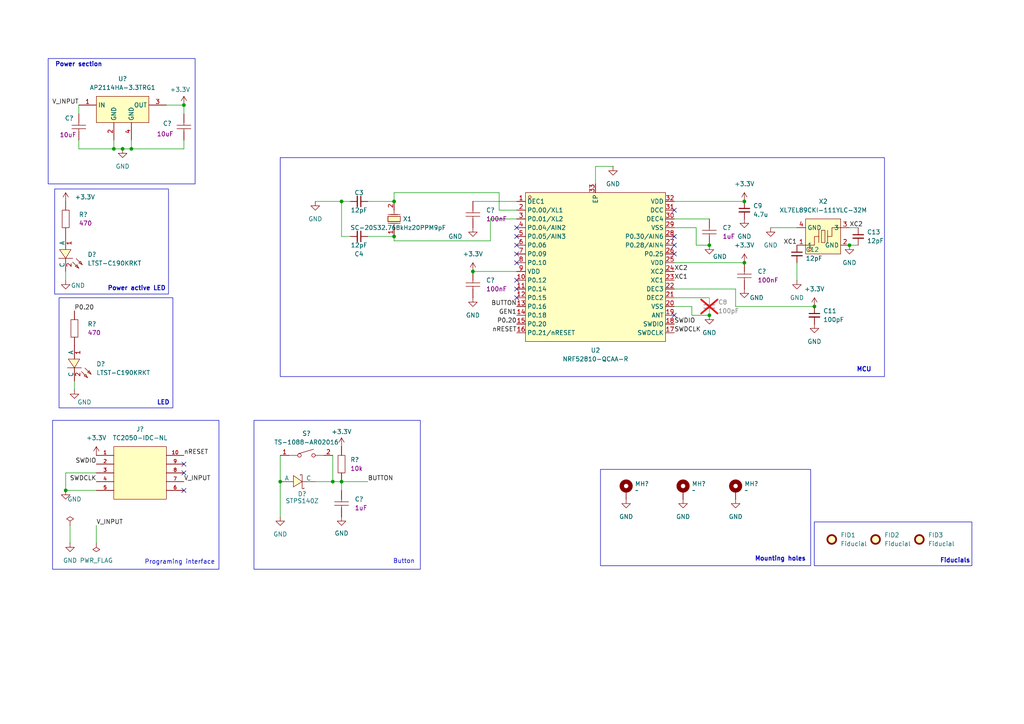
<source format=kicad_sch>
(kicad_sch (version 20231120) (generator "eeschema") (generator_version "8.0")
  (paper "A4")
  (lib_symbols
    (symbol "Device:C_Small" (pin_numbers hide) (pin_names (offset 0.254) hide)
      (property "Reference" "C" (at 0.254 1.778 0))
      (property "Value" "C_Small" (at 0.254 -2.032 0))
      (symbol "C_Small_0_1"
        (polyline (pts (xy -1.524 -0.508) (xy 1.524 -0.508)) (stroke (width 0.3302)))
        (polyline (pts (xy -1.524 0.508) (xy 1.524 0.508)) (stroke (width 0.3048)))
      )
      (symbol "C_Small_1_1"
        (pin passive line (at 0 2.54 270) (length 2.032) (name "~") (number "1"))
        (pin passive line (at 0 -2.54 90) (length 2.032) (name "~") (number "2"))
      )
    )
    (symbol "Mechanical:Fiducial" (exclude_from_sim yes) (in_bom no)
      (property "Reference" "FID" (at 0 5.08 0))
      (property "Value" "Fiducial" (at 0 3.175 0))
      (symbol "Fiducial_0_1"
        (circle (center 0 0) (radius 1.27) (stroke (width 0.508)) (fill (type background)))
      )
    )
    (symbol "my_symbol_library:NRF52810-QCAA-R"
      (property "Reference" "U" (at 0 29.21 0))
      (property "Value" "NRF52810-QCAA-R" (at 0 -24.13 0))
      (symbol "NRF52810-QCAA-R_0_1"
        (rectangle (start -20.32 21.59) (end 20.32 -21.59) (fill (type background)))
        (circle (center -19.05 20.32) (radius 0.38))
        (pin unspecified line (at -22.86 19.05 0) (length 2.54) (name "DEC1") (number "1"))
        (pin unspecified line (at -22.86 -3.81 0) (length 2.54) (name "P0.12") (number "10"))
        (pin unspecified line (at -22.86 -6.35 0) (length 2.54) (name "P0.14") (number "11"))
        (pin unspecified line (at -22.86 -8.89 0) (length 2.54) (name "P0.15") (number "12"))
        (pin unspecified line (at -22.86 -11.43 0) (length 2.54) (name "P0.16") (number "13"))
        (pin unspecified line (at -22.86 -13.97 0) (length 2.54) (name "P0.18") (number "14"))
        (pin unspecified line (at -22.86 -16.51 0) (length 2.54) (name "P0.20") (number "15"))
        (pin unspecified line (at -22.86 -19.05 0) (length 2.54) (name "P0.21/nRESET") (number "16"))
        (pin unspecified line (at 22.86 -19.05 180) (length 2.54) (name "SWDCLK") (number "17"))
        (pin unspecified line (at 22.86 -16.51 180) (length 2.54) (name "SWDIO") (number "18"))
        (pin unspecified line (at 22.86 -13.97 180) (length 2.54) (name "ANT") (number "19"))
        (pin unspecified line (at -22.86 16.51 0) (length 2.54) (name "P0.00/XL1") (number "2"))
        (pin unspecified line (at 22.86 -11.43 180) (length 2.54) (name "VSS") (number "20"))
        (pin unspecified line (at 22.86 -8.89 180) (length 2.54) (name "DEC2") (number "21"))
        (pin unspecified line (at 22.86 -6.35 180) (length 2.54) (name "DEC3") (number "22"))
        (pin unspecified line (at 22.86 -3.81 180) (length 2.54) (name "XC1") (number "23"))
        (pin unspecified line (at 22.86 -1.27 180) (length 2.54) (name "XC2") (number "24"))
        (pin unspecified line (at 22.86 1.27 180) (length 2.54) (name "VDD") (number "25"))
        (pin unspecified line (at 22.86 3.81 180) (length 2.54) (name "P0.25") (number "26"))
        (pin unspecified line (at 22.86 6.35 180) (length 2.54) (name "P0.28/AIN4") (number "27"))
        (pin unspecified line (at 22.86 8.89 180) (length 2.54) (name "P0.30/AIN6") (number "28"))
        (pin unspecified line (at 22.86 11.43 180) (length 2.54) (name "VSS") (number "29"))
        (pin unspecified line (at -22.86 13.97 0) (length 2.54) (name "P0.01/XL2") (number "3"))
        (pin unspecified line (at 22.86 13.97 180) (length 2.54) (name "DEC4") (number "30"))
        (pin unspecified line (at 22.86 16.51 180) (length 2.54) (name "DCC") (number "31"))
        (pin unspecified line (at 22.86 19.05 180) (length 2.54) (name "VDD") (number "32"))
        (pin unspecified line (at 0 24.13 270) (length 2.54) (name "EP") (number "33"))
        (pin unspecified line (at -22.86 11.43 0) (length 2.54) (name "P0.04/AIN2") (number "4"))
        (pin unspecified line (at -22.86 8.89 0) (length 2.54) (name "P0.05/AIN3") (number "5"))
        (pin unspecified line (at -22.86 6.35 0) (length 2.54) (name "P0.06") (number "6"))
        (pin unspecified line (at -22.86 3.81 0) (length 2.54) (name "P0.09") (number "7"))
        (pin unspecified line (at -22.86 1.27 0) (length 2.54) (name "P0.10") (number "8"))
        (pin unspecified line (at -22.86 -1.27 0) (length 2.54) (name "VDD") (number "9"))
      )
    )
    (symbol "my_symbol_library:SC-20S32.768kHz20PPM9pF"
      (property "Reference" "X" (at 0 5.08 0))
      (property "Value" "SC-20S32.768kHz20PPM9pF" (at 0 -5.08 0))
      (symbol "SC-20S32.768kHz20PPM9pF_0_1"
        (polyline (pts (xy -2.54 0) (xy -1.52 0)))
        (polyline (pts (xy -1.27 -1.78) (xy -1.27 1.78)))
        (polyline (pts (xy -1.27 -1.02) (xy -1.27 1.02)))
        (polyline (pts (xy 0.76 -1.78) (xy -0.76 -1.78)))
        (polyline (pts (xy 1.27 -1.78) (xy 1.27 1.78)))
        (polyline (pts (xy 1.27 -1.02) (xy 1.27 1.02)))
        (polyline (pts (xy 2.54 0) (xy 1.52 0)))
        (polyline (pts (xy -0.76 -1.78) (xy -0.76 1.78) (xy 0.76 1.78) (xy 0.76 -1.78)))
        (polyline (pts (xy 0.76 1.78) (xy 0.76 -1.78) (xy -0.76 -1.78) (xy -0.76 1.78) (xy 0.76 1.78)) (fill (type background)))
      )
      (symbol "SC-20S32.768kHz20PPM9pF_1_1"
        (pin input line (at -5.08 0 0) (length 2.54) (name "") (number "1"))
        (pin input line (at 5.08 0 180) (length 2.54) (name "") (number "2"))
      )
    )
    (symbol "my_symbol_library:XL7EL89CKI-111YLC-32M"
      (property "Reference" "X" (at 0 7.62 0))
      (property "Value" "XL7EL89CKI-111YLC-32M" (at 0 -7.62 0))
      (symbol "XL7EL89CKI-111YLC-32M_0_1"
        (rectangle (start -5.08 5.08) (end 5.08 -5.08) (fill (type background)))
        (circle (center -3.81 -3.81) (radius 0.38))
        (rectangle (start -0.51 1.78) (end 0.51 -1.78) (fill (type background)))
        (polyline (pts (xy -1.27 -1.78) (xy -1.27 1.78)))
        (polyline (pts (xy 1.27 -1.78) (xy 1.27 1.78)))
        (polyline (pts (xy -5.08 -2.54) (xy -2.54 -2.54) (xy -2.54 0) (xy -1.27 0)))
        (polyline (pts (xy 5.08 2.54) (xy 2.54 2.54) (xy 2.54 0) (xy 1.27 0)))
      )
      (symbol "XL7EL89CKI-111YLC-32M_1_1"
        (pin bidirectional line (at -7.62 -2.54 0) (length 2.54) (name "1") (number "1"))
        (pin bidirectional line (at 7.62 -2.54 180) (length 2.54) (name "GND") (number "2"))
        (pin bidirectional line (at 7.62 2.54 180) (length 2.54) (name "3") (number "3"))
        (pin bidirectional line (at -7.62 2.54 0) (length 2.54) (name "GND") (number "4"))
      )
    )
    (symbol "pepy_sym_lib:[CAP_SMD_0805_2012Metric]KEMET C0805C105M4VACTU" (pin_numbers hide) (pin_names (offset 0.002))
      (property "Reference" "C" (at 0 5.842 0))
      (property "Nvalue" "1uF" (at 0.254 3.556 0))
      (symbol "[CAP_SMD_0805_2012Metric]KEMET C0805C105M4VACTU_0_1"
        (polyline (pts (xy -1.27 0) (xy -0.51 0)))
        (polyline (pts (xy -0.51 2.03) (xy -0.51 -2.03)))
        (polyline (pts (xy 0.51 0) (xy 1.27 0)))
        (polyline (pts (xy 0.51 2.03) (xy 0.51 -2.03)))
      )
      (symbol "[CAP_SMD_0805_2012Metric]KEMET C0805C105M4VACTU_1_1"
        (pin passive line (at -3.81 0 0) (length 2.54) (name "~") (number "1"))
        (pin passive line (at 3.81 0 180) (length 2.54) (name "~") (number "2"))
      )
    )
    (symbol "pepy_sym_lib:[CAP_SMD_0805_2012Metric]Samsung Electro-Mechanics CL21A106KOQNNNE" (pin_numbers hide) (pin_names (offset 0.002))
      (property "Reference" "C" (at 0 5.842 0))
      (property "Nvalue" "10uF" (at 0.254 3.556 0))
      (symbol "[CAP_SMD_0805_2012Metric]Samsung Electro-Mechanics CL21A106KOQNNNE_0_1"
        (polyline (pts (xy -1.27 0) (xy -0.51 0)))
        (polyline (pts (xy -0.51 2.03) (xy -0.51 -2.03)))
        (polyline (pts (xy 0.51 0) (xy 1.27 0)))
        (polyline (pts (xy 0.51 2.03) (xy 0.51 -2.03)))
      )
      (symbol "[CAP_SMD_0805_2012Metric]Samsung Electro-Mechanics CL21A106KOQNNNE_1_1"
        (pin passive line (at -3.81 0 0) (length 2.54) (name "~") (number "1"))
        (pin passive line (at 3.81 0 180) (length 2.54) (name "~") (number "2"))
      )
    )
    (symbol "pepy_sym_lib:[CAP_SMD_0805_2012Metric]YAGEO CC0805KRX7R9BB104" (pin_numbers hide) (pin_names (offset 0.002))
      (property "Reference" "C" (at 0 5.842 0))
      (property "Nvalue" "100nF" (at 0.254 3.556 0))
      (symbol "[CAP_SMD_0805_2012Metric]YAGEO CC0805KRX7R9BB104_0_1"
        (polyline (pts (xy -1.27 0) (xy -0.51 0)))
        (polyline (pts (xy -0.51 2.03) (xy -0.51 -2.03)))
        (polyline (pts (xy 0.51 0) (xy 1.27 0)))
        (polyline (pts (xy 0.51 2.03) (xy 0.51 -2.03)))
      )
      (symbol "[CAP_SMD_0805_2012Metric]YAGEO CC0805KRX7R9BB104_1_1"
        (pin passive line (at -3.81 0 0) (length 2.54) (name "~") (number "1"))
        (pin passive line (at 3.81 0 180) (length 2.54) (name "~") (number "2"))
      )
    )
    (symbol "pepy_sym_lib:[LDO]Diodes Incorporated AP2114HA-3.3TRG1"
      (property "Reference" "U" (at 0 6.604 0))
      (property "Value" "AP2114HA-3.3TRG1" (at 0.254 4.318 0))
      (symbol "[LDO]Diodes Incorporated AP2114HA-3.3TRG1_0_1"
        (rectangle (start -7.62 2.54) (end 7.62 -5.08) (fill (type background)))
        (pin power_in line (at -12.7 0 0) (length 5.08) (name "IN") (number "1"))
        (pin power_in line (at -2.54 -10.16 90) (length 5.08) (name "GND") (number "2"))
        (pin power_in line (at 2.54 -10.16 90) (length 5.08) (name "GND") (number "4"))
      )
      (symbol "[LDO]Diodes Incorporated AP2114HA-3.3TRG1_1_1"
        (pin power_out line (at 12.7 0 180) (length 5.08) (name "OUT") (number "3"))
      )
    )
    (symbol "pepy_sym_lib:[LED]Lite-On LTST-C190KRKT" (pin_names (offset 0))
      (property "Reference" "D" (at 0 9.144 0))
      (property "Value" "LTST-C190KRKT" (at 0 6.604 0))
      (symbol "[LED]Lite-On LTST-C190KRKT_0_1"
        (polyline (pts (xy 1.27 -2.03) (xy 1.27 2.03)))
        (polyline (pts (xy 1.3335 3.0379) (xy 3.1135 4.8179)))
        (polyline (pts (xy 2.3535 2.0279) (xy 4.1335 3.7979)))
        (polyline (pts (xy -1.27 1.52) (xy 1.27 0) (xy -1.27 -1.78) (xy -1.27 1.52)) (fill (type background)))
        (polyline (pts (xy 3.1135 4.8179) (xy 2.6035 3.7979) (xy 2.1035 4.3079) (xy 3.1135 4.8179)) (fill (type background)))
        (polyline (pts (xy 4.1335 3.7979) (xy 3.6235 2.7879) (xy 3.1135 3.2979) (xy 4.1335 3.7979)) (fill (type background)))
      )
      (symbol "[LED]Lite-On LTST-C190KRKT_1_1"
        (pin passive line (at -5.08 0 0) (length 3.81) (name "A") (number "1"))
        (pin passive line (at 5.08 0 180) (length 3.81) (name "C") (number "2"))
      )
    )
    (symbol "pepy_sym_lib:[MOUNTING_HOLE]MountingHole_Pad" (pin_numbers hide) (pin_names (offset 1.016) hide) (exclude_from_sim yes) (in_bom no)
      (property "Reference" "MH" (at 0 4.826 0))
      (symbol "[MOUNTING_HOLE]MountingHole_Pad_0_1"
        (circle (center 0 1.27) (radius 1.27) (stroke (width 1.27)))
      )
      (symbol "[MOUNTING_HOLE]MountingHole_Pad_1_1"
        (pin input line (at 0 -2.54 90) (length 2.54) (name "1") (number "1"))
      )
    )
    (symbol "pepy_sym_lib:[PLUG_OF_NAILS_10P]TC2050_IDC_NL" (pin_names (offset 1.016))
      (property "Reference" "J" (at -0.508 11.684 0))
      (property "Value" "TC2050-IDC-NL" (at -8.128 8.636 0))
      (symbol "[PLUG_OF_NAILS_10P]TC2050_IDC_NL_0_1"
        (rectangle (start -7.62 7.62) (end 7.62 -7.62) (stroke (width 0.1524)) (fill (type background)))
      )
      (symbol "[PLUG_OF_NAILS_10P]TC2050_IDC_NL_1_1"
        (pin free line (at -12.7 5.08 0) (length 5.08) (name "~") (number "1"))
        (pin free line (at 12.7 5.08 180) (length 5.08) (name "~") (number "10"))
        (pin free line (at -12.7 2.54 0) (length 5.08) (name "~") (number "2"))
        (pin free line (at -12.7 0 0) (length 5.08) (name "~") (number "3"))
        (pin free line (at -12.7 -2.54 0) (length 5.08) (name "~") (number "4"))
        (pin free line (at -12.7 -5.08 0) (length 5.08) (name "~") (number "5"))
        (pin free line (at 12.7 -5.08 180) (length 5.08) (name "~") (number "6"))
        (pin free line (at 12.7 -2.54 180) (length 5.08) (name "~") (number "7"))
        (pin free line (at 12.7 0 180) (length 5.08) (name "~") (number "8"))
        (pin free line (at 12.7 2.54 180) (length 5.08) (name "~") (number "9"))
      )
    )
    (symbol "pepy_sym_lib:[RES_SMD_0805_2012Metric]UNI-ROYAL(Uniroyal Elec) 0805W8F1002T5E" (pin_numbers hide)
      (property "Reference" "R" (at 0 4.572 0))
      (property "Nvalue" "10k" (at 0 -2.54 0))
      (symbol "[RES_SMD_0805_2012Metric]UNI-ROYAL(Uniroyal Elec) 0805W8F1002T5E_1_1"
        (rectangle (start -2.54 1.02) (end 2.54 -1.02))
        (pin passive line (at -5.08 0 0) (length 2.54) (name "~") (number "1"))
        (pin passive line (at 5.08 0 180) (length 2.54) (name "~") (number "2"))
      )
    )
    (symbol "pepy_sym_lib:[RES_SMD_0805_2012Metric]UNI-ROYAL(Uniroyal Elec) 0805W8F4700T5E" (pin_numbers hide)
      (property "Reference" "R" (at 0 4.572 0))
      (property "Nvalue" "470" (at 0 -2.54 0))
      (symbol "[RES_SMD_0805_2012Metric]UNI-ROYAL(Uniroyal Elec) 0805W8F4700T5E_1_1"
        (rectangle (start -2.54 1.02) (end 2.54 -1.02))
        (pin passive line (at -5.08 0 0) (length 2.54) (name "~") (number "1"))
        (pin passive line (at 5.08 0 180) (length 2.54) (name "~") (number "2"))
      )
    )
    (symbol "pepy_sym_lib:[SCHOTTKY_DIODE_40V]STMicroelectronics STPS140Z" (pin_numbers hide) (pin_names (offset 0))
      (property "Reference" "D" (at 0 7.62 0))
      (property "Value" "STPS140Z" (at 0 5.08 0))
      (symbol "[SCHOTTKY_DIODE_40V]STMicroelectronics STPS140Z_0_1"
        (polyline (pts (xy -1.27 -1.52) (xy 1.27 0) (xy -1.27 1.78) (xy -1.27 -1.52)) (fill (type background)))
        (polyline (pts (xy 1.78 -1.78) (xy 1.78 -2.03) (xy 1.27 -2.03) (xy 1.27 2.03) (xy 0.76 2.03) (xy 0.76 1.78)))
      )
      (symbol "[SCHOTTKY_DIODE_40V]STMicroelectronics STPS140Z_1_1"
        (pin passive line (at 5.08 0 180) (length 3.81) (name "C") (number "1"))
        (pin passive line (at -5.08 0 0) (length 3.81) (name "A") (number "2"))
      )
    )
    (symbol "pepy_sym_lib:[TACTILE_SWITCH]XUNPU TS-1088-AR02016"
      (property "Reference" "S" (at 0 5.08 0))
      (property "Value" "TS-1088-AR02016" (at 0 -2.794 0))
      (symbol "[TACTILE_SWITCH]XUNPU TS-1088-AR02016_0_1"
        (circle (center -2.03 0) (radius 0.51))
        (polyline (pts (xy -5.08 0) (xy -2.54 0)))
        (polyline (pts (xy -2.29 0.51) (xy 2.03 1.78)))
        (polyline (pts (xy 5.08 0) (xy 2.54 0)))
        (circle (center 2.03 0) (radius 0.51))
      )
      (symbol "[TACTILE_SWITCH]XUNPU TS-1088-AR02016_1_1"
        (pin passive line (at -7.62 0 0) (length 2.54) (name "~") (number "1"))
        (pin passive line (at 7.62 0 180) (length 2.54) (name "~") (number "2"))
      )
    )
    (symbol "power:+3.3V" (power) (pin_numbers hide) (pin_names (offset 0) hide)
      (property "Value" "+3.3V" (at 0 3.556 0))
      (symbol "+3.3V_0_1"
        (polyline (pts (xy -0.762 1.27) (xy 0 2.54)))
        (polyline (pts (xy 0 0) (xy 0 2.54)))
        (polyline (pts (xy 0 2.54) (xy 0.762 1.27)))
      )
      (symbol "+3.3V_1_1"
        (pin power_in line (at 0 0 90) (length 0) (name "~") (number "1"))
      )
    )
    (symbol "power:GND" (power) (pin_numbers hide) (pin_names (offset 0) hide)
      (property "Value" "GND" (at 0 -3.81 0))
      (symbol "GND_0_1"
        (polyline (pts (xy 0 0) (xy 0 -1.27) (xy 1.27 -1.27) (xy 0 -2.54) (xy -1.27 -1.27) (xy 0 -1.27)))
      )
      (symbol "GND_1_1"
        (pin power_in line (at 0 0 270) (length 0) (name "~") (number "1"))
      )
    )
    (symbol "power:PWR_FLAG" (power) (pin_numbers hide) (pin_names (offset 0) hide)
      (property "Value" "PWR_FLAG" (at 0 3.81 0))
      (symbol "PWR_FLAG_0_0"
        (pin power_out line (at 0 0 90) (length 0) (name "~") (number "1"))
      )
      (symbol "PWR_FLAG_0_1"
        (polyline (pts (xy 0 0) (xy 0 1.27) (xy -1.016 1.905) (xy 0 2.54) (xy 1.016 1.905) (xy 0 1.27)))
      )
    )
  )
  (junction (at 38.1 43.18))
  (junction (at 215.9 76.2))
  (junction (at 246.38 71.12))
  (junction (at 19.05 142.24))
  (junction (at 205.74 91.44))
  (junction (at 53.34 30.48))
  (junction (at 114.3 58.42))
  (junction (at 99.06 58.42))
  (junction (at 215.9 58.42))
  (junction (at 96.52 139.7))
  (junction (at 114.3 68.58))
  (junction (at 236.22 88.9))
  (junction (at 81.28 139.7))
  (junction (at 33.02 43.18))
  (junction (at 35.56 43.18))
  (junction (at 205.74 71.12))
  (junction (at 137.16 78.74))
  (junction (at 99.06 139.7))
  (no_connect (at 149.86 66.04))
  (no_connect (at 149.86 76.2))
  (no_connect (at 195.58 71.12))
  (no_connect (at 149.86 83.82))
  (no_connect (at 149.86 73.66))
  (no_connect (at 149.86 71.12))
  (no_connect (at 53.34 142.24))
  (no_connect (at 195.58 68.58))
  (no_connect (at 195.58 91.44))
  (no_connect (at 149.86 81.28))
  (no_connect (at 53.34 137.16))
  (no_connect (at 195.58 60.96))
  (no_connect (at 149.86 86.36))
  (no_connect (at 53.34 134.62))
  (no_connect (at 195.58 73.66))
  (no_connect (at 149.86 68.58))
  (wire (pts (xy 27.94 137.16) (xy 19.05 137.16)))
  (wire (pts (xy 22.86 40.64) (xy 22.86 43.18)))
  (wire (pts (xy 19.05 137.16) (xy 19.05 142.24)))
  (wire (pts (xy 200.66 88.9) (xy 200.66 91.44)))
  (wire (pts (xy 81.28 139.7) (xy 81.28 149.86)))
  (wire (pts (xy 101.6 68.58) (xy 99.06 68.58)))
  (wire (pts (xy 142.24 63.5) (xy 142.24 69.85)))
  (wire (pts (xy 35.56 43.18) (xy 38.1 43.18)))
  (wire (pts (xy 53.34 30.48) (xy 53.34 33.02)))
  (wire (pts (xy 91.44 58.42) (xy 99.06 58.42)))
  (wire (pts (xy 137.16 78.74) (xy 149.86 78.74)))
  (wire (pts (xy 33.02 43.18) (xy 35.56 43.18)))
  (wire (pts (xy 53.34 43.18) (xy 38.1 43.18)))
  (wire (pts (xy 33.02 40.64) (xy 33.02 43.18)))
  (wire (pts (xy 200.66 91.44) (xy 205.74 91.44)))
  (wire (pts (xy 22.86 33.02) (xy 22.86 30.48)))
  (wire (pts (xy 22.86 43.18) (xy 33.02 43.18)))
  (wire (pts (xy 20.32 152.4) (xy 20.32 157.48)))
  (wire (pts (xy 38.1 40.64) (xy 38.1 43.18)))
  (wire (pts (xy 99.06 58.42) (xy 101.6 58.42)))
  (wire (pts (xy 246.38 66.04) (xy 248.92 66.04)))
  (wire (pts (xy 106.68 68.58) (xy 114.3 68.58)))
  (wire (pts (xy 149.86 63.5) (xy 142.24 63.5)))
  (wire (pts (xy 27.94 152.4) (xy 27.94 157.48)))
  (wire (pts (xy 19.05 142.24) (xy 27.94 142.24)))
  (wire (pts (xy 21.59 110.49) (xy 21.59 113.03)))
  (wire (pts (xy 172.72 53.34) (xy 172.72 48.26)))
  (wire (pts (xy 99.06 139.7) (xy 106.68 139.7)))
  (wire (pts (xy 195.58 66.04) (xy 201.93 66.04)))
  (wire (pts (xy 48.26 30.48) (xy 53.34 30.48)))
  (wire (pts (xy 19.05 78.74) (xy 19.05 81.28)))
  (wire (pts (xy 53.34 40.64) (xy 53.34 43.18)))
  (wire (pts (xy 172.72 48.26) (xy 177.8 48.26)))
  (wire (pts (xy 201.93 66.04) (xy 201.93 71.12)))
  (wire (pts (xy 99.06 58.42) (xy 99.06 68.58)))
  (wire (pts (xy 114.3 55.88) (xy 114.3 58.42)))
  (wire (pts (xy 91.44 139.7) (xy 96.52 139.7)))
  (wire (pts (xy 195.58 83.82) (xy 213.36 83.82)))
  (wire (pts (xy 195.58 86.36) (xy 205.74 86.36)))
  (wire (pts (xy 213.36 88.9) (xy 236.22 88.9)))
  (wire (pts (xy 231.14 76.2) (xy 231.14 81.28)))
  (wire (pts (xy 195.58 63.5) (xy 205.74 63.5)))
  (wire (pts (xy 81.28 132.08) (xy 81.28 139.7)))
  (wire (pts (xy 99.06 139.7) (xy 99.06 142.24)))
  (wire (pts (xy 195.58 76.2) (xy 215.9 76.2)))
  (wire (pts (xy 144.78 60.96) (xy 144.78 55.88)))
  (wire (pts (xy 142.24 69.85) (xy 114.3 69.85)))
  (wire (pts (xy 195.58 58.42) (xy 215.9 58.42)))
  (wire (pts (xy 106.68 58.42) (xy 114.3 58.42)))
  (wire (pts (xy 144.78 55.88) (xy 114.3 55.88)))
  (wire (pts (xy 213.36 83.82) (xy 213.36 88.9)))
  (wire (pts (xy 223.52 66.04) (xy 231.14 66.04)))
  (wire (pts (xy 96.52 132.08) (xy 96.52 139.7)))
  (wire (pts (xy 195.58 88.9) (xy 200.66 88.9)))
  (wire (pts (xy 114.3 68.58) (xy 114.3 69.85)))
  (wire (pts (xy 96.52 139.7) (xy 99.06 139.7)))
  (wire (pts (xy 246.38 71.12) (xy 248.92 71.12)))
  (wire (pts (xy 149.86 60.96) (xy 144.78 60.96)))
  (wire (pts (xy 201.93 71.12) (xy 205.74 71.12)))
  (wire (pts (xy 137.16 58.42) (xy 149.86 58.42)))
  (rectangle (start 13.97 16.9672) (end 56.5912 53.34))
  (rectangle (start 81.28 45.72) (end 256.54 109.22))
  (rectangle (start 236.1692 151.384) (end 281.8892 164.084))
  (rectangle (start 17.1242 86.36) (end 50.1442 118.3047))
  (rectangle (start 15.24 121.92) (end 63.5 165.1))
  (rectangle (start 73.66 121.92) (end 121.92 165.1))
  (rectangle (start 15.8542 54.8047) (end 48.8742 85.2847))
  (rectangle (start 174.1678 136.144) (end 235.1278 164.084))
  (text "LED\n" (at 45.466 117.602 0) (effects (font (size 1.27 1.27) (thickness 0.254) (bold yes)) (justify left bottom)))
  (text "Power active LED\n" (at 31.1684 84.4601 0) (effects (font (size 1.27 1.27) (thickness 0.254) (bold yes)) (justify left bottom)))
  (text "Programing interface\n" (at 41.91 163.83 0) (effects (font (size 1.27 1.27)) (justify left bottom)))
  (text "Mounting holes\n" (at 218.8881 162.9021 0) (effects (font (size 1.27 1.27) (thickness 0.254) (bold yes)) (justify left bottom)))
  (text "Fiducials\n" (at 272.6014 163.4234 0) (effects (font (size 1.27 1.27) (thickness 0.254) (bold yes)) (justify left bottom)))
  (text "Power section\n" (at 15.9512 19.5072 0) (effects (font (size 1.27 1.27) (thickness 0.254) (bold yes)) (justify left bottom)))
  (text "MCU\n" (at 248.4176 107.9912 0) (effects (font (size 1.27 1.27) (thickness 0.254) (bold yes)) (justify left bottom)))
  (text "Button\n" (at 113.9684 163.6133 0) (effects (font (size 1.27 1.27)) (justify left bottom)))
  (label "XC2" (at 246.38 66.04 0))
  (label "V_INPUT" (at 22.86 30.48 180))
  (label "SWDIO" (at 195.58 93.98 0))
  (label "XC1" (at 231.14 71.12 180))
  (label "V_INPUT" (at 27.94 152.4 0))
  (label "P0.20" (at 21.59 90.17 0))
  (label "GEN1" (at 149.86 91.44 180))
  (label "SWDCLK" (at 27.94 139.7 180))
  (label "XC1" (at 195.58 81.28 0))
  (label "XC2" (at 195.58 78.74 0))
  (label "SWDCLK" (at 195.58 96.52 0))
  (label "V_INPUT" (at 53.34 139.7 0))
  (label "P0.20" (at 149.86 93.98 180))
  (label "nRESET" (at 53.34 132.08 0))
  (label "BUTTON" (at 106.68 139.7 0))
  (label "SWDIO" (at 27.94 134.62 180))
  (label "BUTTON" (at 149.86 88.9 180))
  (label "nRESET" (at 149.86 96.52 180))
  (symbol (lib_id "power:GND") (at 99.06 149.86 0) (unit 1)
    (property "Reference" "#PWR030" (effects (hide yes)))
    (property "Value" "GND" (at 99.06 154.686 0))
    (property "Description" "Power symbol creates a global label with name \"GND\" , ground" (effects (hide yes)))
  )
  (symbol (lib_id "power:GND") (at 19.05 81.28 0) (unit 1)
    (property "Reference" "#PWR017" (effects (hide yes)))
    (property "Value" "GND" (at 22.606 82.804 0))
    (property "Description" "Power symbol creates a global label with name \"GND\" , ground" (effects (hide yes)))
  )
  (symbol (lib_id "pepy_sym_lib:[RES_SMD_0805_2012Metric]UNI-ROYAL(Uniroyal Elec) 0805W8F4700T5E") (at 21.59 95.25 270) (unit 1)
    (property "Reference" "R?" (at 25.4 93.9799 90) (effects (justify left)))
    (property "Value" "0805W8F4700T5E" (effects (hide yes)))
    (property "Footprint" "pepy_sym_lib:[RES_SMD_0805_2012Metric]" (effects (hide yes)))
    (property "Datasheet" "https://www.lcsc.com/product-detail/Chip-Resistor-Surface-Mount_UNI-ROYAL-Uniroyal-Elec-0805W8F4700T5E_C17710.html" (effects (hide yes)))
    (property "Description" "125mW Thick Film Resistors 150V ±100ppm/℃ ±1% 470Ω 0805 Chip Resistor - Surface Mount ROHS" (effects (hide yes)))
    (property "LCSC Part" "C17710" (effects (hide yes)))
    (property "Manufacturer" "UNI-ROYAL(Uniroyal Elec)" (effects (hide yes)))
    (property "Package" "0805" (effects (hide yes)))
    (property "Nvalue" "470" (at 25.4 96.5199 90) (effects (justify left)))
  )
  (symbol (lib_id "Device:C_Small") (at 248.92 68.58 0) (unit 1)
    (property "Reference" "C13" (at 251.46 67.3163 0) (effects (justify left)))
    (property "Value" "12pF" (at 251.46 69.8563 0) (effects (justify left)))
    (property "Footprint" "Capacitor_SMD:C_0805_2012Metric" (effects (hide yes)))
    (property "Description" "Unpolarized capacitor, small symbol" (effects (hide yes)))
  )
  (symbol (lib_id "Device:C_Small") (at 236.22 91.44 0) (unit 1)
    (property "Reference" "C11" (at 238.76 90.1763 0) (effects (justify left)))
    (property "Value" "100pF" (at 238.76 92.7163 0) (effects (justify left)))
    (property "Footprint" "Capacitor_SMD:C_0805_2012Metric" (effects (hide yes)))
    (property "Description" "Unpolarized capacitor, small symbol" (effects (hide yes)))
  )
  (symbol (lib_id "pepy_sym_lib:[SCHOTTKY_DIODE_40V]STMicroelectronics STPS140Z") (at 86.36 139.7 0) (unit 1)
    (property "Reference" "D?" (at 87.63 143.256 0))
    (property "Value" "STPS140Z" (at 87.63 145.288 0))
    (property "Footprint" "pepy_sym_lib:[SCHOTTKY_DIODE_40V]STMicroelectronics STPS140Z" (effects (hide yes)))
    (property "Datasheet" "https://lcsc.com/product-detail/Schottky-Barrier-Diodes-SBD_STMicroelectronics_STPS140Z_STPS140Z_C155662.html" (effects (hide yes)))
    (property "Description" "40V 550mV@1A 1A SOD-123 Schottky Barrier Diodes (SBD) ROHS" (effects (hide yes)))
    (property "LCSC Part" "C155662" (effects (hide yes)))
    (property "Manufacturer" " STMicroelectronics" (effects (hide yes)))
    (property "Package" "SOD-123" (effects (hide yes)))
  )
  (symbol (lib_id "my_symbol_library:XL7EL89CKI-111YLC-32M") (at 238.76 68.58 0) (unit 1)
    (property "Reference" "X2" (at 238.76 58.42 0))
    (property "Value" "XL7EL89CKI-111YLC-32M" (at 238.76 60.96 0))
    (property "Footprint" "my_lib:[Crystal_32_MHz]YXC XL7EL89CKI-111YLC-32M" (effects (hide yes)))
    (property "Datasheet" "https://www.lcsc.com/datasheet/lcsc_datasheet_2403291506_YXC-XL7EL89CKI-111YLC-32M_C2965582.pdf" (effects (hide yes)))
    (property "LCSC Part" "C2965582" (effects (hide yes)))
  )
  (symbol (lib_id "Device:C_Small") (at 215.9 60.96 0) (unit 1)
    (property "Reference" "C9" (at 218.44 59.6963 0) (effects (justify left)))
    (property "Value" "4.7u" (at 218.44 62.2363 0) (effects (justify left)))
    (property "Footprint" "Capacitor_SMD:C_0805_2012Metric" (effects (hide yes)))
    (property "Description" "Unpolarized capacitor, small symbol" (effects (hide yes)))
  )
  (symbol (lib_id "pepy_sym_lib:[TACTILE_SWITCH]XUNPU TS-1088-AR02016") (at 88.9 132.08 0) (unit 1)
    (property "Reference" "S?" (at 88.9 125.73 0))
    (property "Value" "TS-1088-AR02016" (at 88.9 128.27 0))
    (property "Footprint" "pepy_sym_lib:[TACTILE_SWITCH]XUNPU TS-1088-AR02016" (effects (hide yes)))
    (property "Datasheet" "https://lcsc.com/product-detail/Tactile-Switches_XUNPU-TS-1088-AR02016_C720477.html" (effects (hide yes)))
    (property "Description" "Without 50mA 4mm 100MΩ 100000 Times 12V 160gf 3mm 2mm Round Button Standing paste SPST SMD Tactile Switches ROHS" (effects (hide yes)))
    (property "LCSC Part" "C720477" (effects (hide yes)))
    (property "Manufacturer" "XUNPU" (effects (hide yes)))
  )
  (symbol (lib_id "power:GND") (at 177.8 48.26 0) (unit 1)
    (property "Reference" "#PWR06" (effects (hide yes)))
    (property "Value" "GND" (at 177.8 53.34 0))
    (property "Description" "Power symbol creates a global label with name \"GND\" , ground" (effects (hide yes)))
  )
  (symbol (lib_id "power:GND") (at 215.9 63.5 0) (unit 1)
    (property "Reference" "#PWR012" (effects (hide yes)))
    (property "Value" "GND" (at 215.9 68.58 0))
    (property "Description" "Power symbol creates a global label with name \"GND\" , ground" (effects (hide yes)))
  )
  (symbol (lib_id "power:GND") (at 21.59 113.03 0) (unit 1)
    (property "Reference" "#PWR018" (effects (hide yes)))
    (property "Value" "GND" (at 24.4856 116.6368 0))
    (property "Description" "Power symbol creates a global label with name \"GND\" , ground" (effects (hide yes)))
  )
  (symbol (lib_id "Mechanical:Fiducial") (at 241.2492 156.464 0) (unit 1)
    (property "Reference" "FID1" (at 243.7892 155.194 0) (effects (justify left)))
    (property "Value" "Fiducial" (at 243.7892 157.734 0) (effects (justify left)))
    (property "Footprint" "Fiducial:Fiducial_0.5mm_Mask1mm" (effects (hide yes)))
    (property "Description" "Fiducial Marker" (effects (hide yes)))
  )
  (symbol (lib_id "pepy_sym_lib:[LDO]Diodes Incorporated AP2114HA-3.3TRG1") (at 35.56 30.48 0) (unit 1)
    (property "Reference" "U?" (at 35.56 22.86 0))
    (property "Value" "AP2114HA-3.3TRG1" (at 35.56 25.4 0))
    (property "Footprint" "pepy_sym_lib:[LDO]Diodes Incorporated AP2114HA-3.3TRG1" (effects (hide yes)))
    (property "Datasheet" "https://lcsc.com/product-detail/Low-Dropout-Regulators-LDO_Diodes-Incorporated-AP2114HA-3-3TRG1_C460314.html" (effects (hide yes)))
    (property "Description" "65dB@(100Hz,1kHz) 1A Fixed 3.3V Positive electrode 6V SOT-223-3 Voltage Regulators - Linear, Low Drop Out (LDO) Regulators ROHS" (effects (hide yes)))
    (property "LCSC Part" "C460314" (effects (hide yes)))
    (property "Manufacturer" "Diodes Incorporated" (effects (hide yes)))
    (property "Package" "SOT-223-3" (effects (hide yes)))
  )
  (symbol (lib_id "power:GND") (at 246.38 71.12 0) (unit 1)
    (property "Reference" "#PWR016" (effects (hide yes)))
    (property "Value" "GND" (at 246.38 76.2 0))
    (property "Description" "Power symbol creates a global label with name \"GND\" , ground" (effects (hide yes)))
  )
  (symbol (lib_id "power:GND") (at 20.32 157.48 0) (unit 1)
    (property "Reference" "#PWR026" (effects (hide yes)))
    (property "Value" "GND" (at 20.32 162.56 0))
    (property "Description" "Power symbol creates a global label with name \"GND\" , ground" (effects (hide yes)))
  )
  (symbol (lib_id "power:PWR_FLAG") (at 20.32 152.4 0) (unit 1)
    (property "Reference" "#FLG01" (effects (hide yes)))
    (property "Value" "PWR_FLAG" (effects (hide yes)))
    (property "Description" "Special symbol for telling ERC where power comes from" (effects (hide yes)))
  )
  (symbol (lib_id "power:GND") (at 81.28 149.86 0) (unit 1)
    (property "Reference" "#PWR028" (effects (hide yes)))
    (property "Value" "GND" (at 81.28 154.94 0))
    (property "Description" "Power symbol creates a global label with name \"GND\" , ground" (effects (hide yes)))
  )
  (symbol (lib_id "Device:C_Small") (at 104.14 58.42 270) (unit 1)
    (property "Reference" "C3" (at 104.14 55.88 90))
    (property "Value" "12pF" (at 104.14 60.96 90))
    (property "Footprint" "Capacitor_SMD:C_0805_2012Metric" (effects (hide yes)))
    (property "Description" "Unpolarized capacitor, small symbol" (effects (hide yes)))
  )
  (symbol (lib_id "power:GND") (at 223.52 66.04 0) (unit 1)
    (property "Reference" "#PWR027" (effects (hide yes)))
    (property "Value" "GND" (at 223.52 71.12 0))
    (property "Description" "Power symbol creates a global label with name \"GND\" , ground" (effects (hide yes)))
  )
  (symbol (lib_id "pepy_sym_lib:[CAP_SMD_0805_2012Metric]Samsung Electro-Mechanics CL21A106KOQNNNE") (at 53.34 36.83 90) (unit 1)
    (property "Reference" "C?" (at 47.244 35.814 90) (effects (justify right)))
    (property "Value" "CL21A106KOQNNNE" (effects (hide yes)))
    (property "Footprint" "pepy_sym_lib:[CAP_SMD_0805_2012Metric]" (effects (hide yes)))
    (property "Datasheet" "https://www.lcsc.com/product-detail/Multilayer-Ceramic-Capacitors-MLCC-SMD-SMT_Samsung-Electro-Mechanics-CL21A106KOQNNNE_C1713.html" (effects (hide yes)))
    (property "Description" "16V 10uF X5R ±10% 0805 Multilayer Ceramic Capacitors MLCC - SMD/SMT ROHS " (effects (hide yes)))
    (property "LCSC Part" "C1713" (effects (hide yes)))
    (property "Manufacturer" "Samsung" (effects (hide yes)))
    (property "Package" "0805" (effects (hide yes)))
    (property "Nvalue" "10uF" (at 45.466 38.862 90) (effects (justify right)))
  )
  (symbol (lib_id "pepy_sym_lib:[LED]Lite-On LTST-C190KRKT") (at 21.59 105.41 270) (unit 1)
    (property "Reference" "D?" (at 27.94 105.5716 90) (effects (justify left)))
    (property "Value" "LTST-C190KRKT" (at 27.94 108.1116 90) (effects (justify left)))
    (property "Footprint" "pepy_sym_lib:[LED]Lite-On LTST-C190KRKT" (effects (hide yes)))
    (property "Datasheet" "https://lcsc.com/product-detail/Light-Emitting-Diodes-LED_LTST-C190KRKT_C94869.html" (effects (hide yes)))
    (property "Description" " 20mA 99mcd Colorless transparent lens -30℃~+85℃ 631nm Red 130° 62.5mW 2V 0603 LED Indication - Discrete ROHS" (effects (hide yes)))
    (property "LCSC Part" "C94869" (effects (hide yes)))
    (property "Package" "0603" (effects (hide yes)))
    (property "Manufacturer" "Lite-On" (effects (hide yes)))
  )
  (symbol (lib_id "power:GND") (at 35.56 43.18 0) (unit 1)
    (property "Reference" "#PWR01" (effects (hide yes)))
    (property "Value" "GND" (at 35.56 48.26 0))
    (property "Description" "Power symbol creates a global label with name \"GND\" , ground" (effects (hide yes)))
  )
  (symbol (lib_id "pepy_sym_lib:[CAP_SMD_0805_2012Metric]YAGEO CC0805KRX7R9BB104") (at 137.16 62.23 90) (unit 1)
    (property "Reference" "C?" (at 140.97 60.9599 90) (effects (justify right)))
    (property "Value" "CC0805KRX7R9BB104" (effects (hide yes)))
    (property "Footprint" "pepy_sym_lib:[CAP_SMD_0805_2012Metric]" (effects (hide yes)))
    (property "Datasheet" "https://lcsc.com/product-detail/Multilayer-Ceramic-Capacitors-MLCC-SMD-SMT_100nF-104-10-50V_C49678.html" (effects (hide yes)))
    (property "Description" "50V 100nF X7R ±10% 0805 Multilayer Ceramic Capacitors MLCC - SMD/SMT ROHS " (effects (hide yes)))
    (property "LCSC Part" "C49678" (effects (hide yes)))
    (property "Manufacturer" "YAGEO" (effects (hide yes)))
    (property "Package" "0805" (effects (hide yes)))
    (property "Nvalue" "100nF" (at 140.97 63.4999 90) (effects (justify right)))
  )
  (symbol (lib_id "Mechanical:Fiducial") (at 253.9492 156.464 0) (unit 1)
    (property "Reference" "FID2" (at 256.4892 155.194 0) (effects (justify left)))
    (property "Value" "Fiducial" (at 256.4892 157.734 0) (effects (justify left)))
    (property "Footprint" "Fiducial:Fiducial_0.5mm_Mask1mm" (effects (hide yes)))
    (property "Description" "Fiducial Marker" (effects (hide yes)))
  )
  (symbol (lib_id "pepy_sym_lib:[CAP_SMD_0805_2012Metric]YAGEO CC0805KRX7R9BB104") (at 215.9 80.01 90) (unit 1)
    (property "Reference" "C?" (at 219.71 78.7399 90) (effects (justify right)))
    (property "Value" "CC0805KRX7R9BB104" (effects (hide yes)))
    (property "Footprint" "pepy_sym_lib:[CAP_SMD_0805_2012Metric]" (effects (hide yes)))
    (property "Datasheet" "https://lcsc.com/product-detail/Multilayer-Ceramic-Capacitors-MLCC-SMD-SMT_100nF-104-10-50V_C49678.html" (effects (hide yes)))
    (property "Description" "50V 100nF X7R ±10% 0805 Multilayer Ceramic Capacitors MLCC - SMD/SMT ROHS " (effects (hide yes)))
    (property "LCSC Part" "C49678" (effects (hide yes)))
    (property "Manufacturer" "YAGEO" (effects (hide yes)))
    (property "Package" "0805" (effects (hide yes)))
    (property "Nvalue" "100nF" (at 219.71 81.2799 90) (effects (justify right)))
  )
  (symbol (lib_id "pepy_sym_lib:[MOUNTING_HOLE]MountingHole_Pad") (at 181.61 142.24 0) (unit 1) (exclude_from_sim yes) (in_bom no)
    (property "Reference" "MH?" (at 184.15 140.3349 0) (effects (justify left)))
    (property "Value" "~" (at 184.15 142.24 0) (effects (justify left)))
    (property "Footprint" "pepy_sym_lib:[MOUNTING_HOLE]MountingHole_2.2mm_M2_DIN965_Pad" (effects (hide yes)))
    (property "Description" "Mounting Hole with connection" (effects (hide yes)))
  )
  (symbol (lib_id "power:+3.3V") (at 53.34 30.48 0) (unit 1)
    (property "Reference" "#PWR02" (effects (hide yes)))
    (property "Value" "+3.3V" (at 52.2156 25.9827 0))
    (property "Description" "Power symbol creates a global label with name \"+3.3V\"" (effects (hide yes)))
  )
  (symbol (lib_id "Device:C_Small") (at 231.14 73.66 0) (unit 1)
    (property "Reference" "C12" (at 233.68 72.3963 0) (effects (justify left)))
    (property "Value" "12pF" (at 233.68 74.9363 0) (effects (justify left)))
    (property "Footprint" "Capacitor_SMD:C_0805_2012Metric" (effects (hide yes)))
    (property "Description" "Unpolarized capacitor, small symbol" (effects (hide yes)))
  )
  (symbol (lib_id "my_symbol_library:NRF52810-QCAA-R") (at 172.72 77.47 0) (unit 1)
    (property "Reference" "U2" (at 172.72 101.6 0))
    (property "Value" "NRF52810-QCAA-R" (at 172.72 104.14 0))
    (property "Footprint" "my_lib:[MCU]Nordic Semicon nRF52810-QCAA-R" (effects (hide yes)))
    (property "Datasheet" "https://www.lcsc.com/datasheet/lcsc_datasheet_2004231903_Nordic-Semicon-nRF52810-QCAA-R_C519278.pdf" (effects (hide yes)))
    (property "LCSC Part" "C519278" (effects (hide yes)))
  )
  (symbol (lib_id "pepy_sym_lib:[PLUG_OF_NAILS_10P]TC2050_IDC_NL") (at 40.64 137.16 0) (unit 1)
    (property "Reference" "J?" (at 40.64 124.46 0))
    (property "Value" "TC2050-IDC-NL" (at 40.64 127 0))
    (property "Footprint" "pepy_sym_lib:[PLUG_OF_NAILS_10P]TC2050_IDC_NL" (effects (hide yes)))
    (property "Datasheet" "https://www.tag-connect.com/wp-content/uploads/bsk-pdf-manager/TC2050-IDC-NL_Datasheet_8.pdf" (effects (hide yes)))
    (property "Description" "Plug-Of-Nails™ Cable Assembly" (effects (hide yes)))
    (property "Manufacturer" "Tag-Connect" (effects (hide yes)))
  )
  (symbol (lib_id "power:PWR_FLAG") (at 27.94 157.48 180) (unit 1)
    (property "Reference" "#FLG02" (effects (hide yes)))
    (property "Value" "PWR_FLAG" (at 27.94 162.56 0))
    (property "Description" "Special symbol for telling ERC where power comes from" (effects (hide yes)))
  )
  (symbol (lib_id "pepy_sym_lib:[CAP_SMD_0805_2012Metric]KEMET C0805C105M4VACTU") (at 205.74 67.31 90) (unit 1)
    (property "Reference" "C?" (at 209.55 66.0399 90) (effects (justify right)))
    (property "Value" "C0805C105M4VACTU" (effects (hide yes)))
    (property "Footprint" "pepy_sym_lib:[CAP_SMD_0805_2012Metric]" (effects (hide yes)))
    (property "Datasheet" "https://www.lcsc.com/product-detail/Multilayer-Ceramic-Capacitors-MLCC-SMD-SMT_KEMET-C0805C105M4VACTU_C2171722.html" (effects (hide yes)))
    (property "Description" "16V 1uF Y5V ±20% 0805 Multilayer Ceramic Capacitors MLCC - SMD/SMT ROHS" (effects (hide yes)))
    (property "LCSC Part" "C2171722" (effects (hide yes)))
    (property "Manufacturer" " KEMET " (effects (hide yes)))
    (property "Package" "0805" (effects (hide yes)))
    (property "Nvalue" "1uF" (at 209.55 68.5799 90) (effects (justify right)))
  )
  (symbol (lib_id "power:GND") (at 205.74 91.44 0) (unit 1)
    (property "Reference" "#PWR05" (effects (hide yes)))
    (property "Value" "GND" (at 205.74 96.52 0))
    (property "Description" "Power symbol creates a global label with name \"GND\" , ground" (effects (hide yes)))
  )
  (symbol (lib_id "power:GND") (at 137.16 86.36 0) (unit 1)
    (property "Reference" "#PWR07" (effects (hide yes)))
    (property "Value" "GND" (at 137.16 91.44 0))
    (property "Description" "Power symbol creates a global label with name \"GND\" , ground" (effects (hide yes)))
  )
  (symbol (lib_id "Device:C_Small") (at 104.14 68.58 270) (unit 1)
    (property "Reference" "C4" (at 104.14 73.66 90))
    (property "Value" "12pF" (at 104.14 71.12 90))
    (property "Footprint" "Capacitor_SMD:C_0805_2012Metric" (effects (hide yes)))
    (property "Description" "Unpolarized capacitor, small symbol" (effects (hide yes)))
  )
  (symbol (lib_id "power:GND") (at 19.05 142.24 0) (unit 1)
    (property "Reference" "#PWR020" (effects (hide yes)))
    (property "Value" "GND" (at 21.59 144.78 0))
    (property "Description" "Power symbol creates a global label with name \"GND\" , ground" (effects (hide yes)))
  )
  (symbol (lib_id "power:+3.3V") (at 27.94 132.08 0) (unit 1)
    (property "Reference" "#PWR019" (effects (hide yes)))
    (property "Value" "+3.3V" (at 27.94 127 0))
    (property "Description" "Power symbol creates a global label with name \"+3.3V\"" (effects (hide yes)))
  )
  (symbol (lib_id "power:+3.3V") (at 19.05 58.42 0) (unit 1)
    (property "Reference" "#PWR025" (effects (hide yes)))
    (property "Value" "+3.3V" (at 24.638 57.15 0))
    (property "Description" "Power symbol creates a global label with name \"+3.3V\"" (effects (hide yes)))
  )
  (symbol (lib_id "power:+3.3V") (at 236.22 88.9 0) (unit 1)
    (property "Reference" "#PWR013" (effects (hide yes)))
    (property "Value" "+3.3V" (at 236.22 83.82 0))
    (property "Description" "Power symbol creates a global label with name \"+3.3V\"" (effects (hide yes)))
  )
  (symbol (lib_id "power:GND") (at 205.74 71.12 0) (unit 1)
    (property "Reference" "#PWR04" (effects (hide yes)))
    (property "Value" "GND" (at 208.788 74.422 0))
    (property "Description" "Power symbol creates a global label with name \"GND\" , ground" (effects (hide yes)))
  )
  (symbol (lib_id "power:GND") (at 91.44 58.42 0) (unit 1)
    (property "Reference" "#PWR015" (effects (hide yes)))
    (property "Value" "GND" (at 91.44 63.5 0))
    (property "Description" "Power symbol creates a global label with name \"GND\" , ground" (effects (hide yes)))
  )
  (symbol (lib_id "pepy_sym_lib:[LED]Lite-On LTST-C190KRKT") (at 19.05 73.66 270) (unit 1)
    (property "Reference" "D?" (at 25.4 73.8216 90) (effects (justify left)))
    (property "Value" "LTST-C190KRKT" (at 25.4 76.3616 90) (effects (justify left)))
    (property "Footprint" "pepy_sym_lib:[LED]Lite-On LTST-C190KRKT" (effects (hide yes)))
    (property "Datasheet" "https://lcsc.com/product-detail/Light-Emitting-Diodes-LED_LTST-C190KRKT_C94869.html" (effects (hide yes)))
    (property "Description" " 20mA 99mcd Colorless transparent lens -30℃~+85℃ 631nm Red 130° 62.5mW 2V 0603 LED Indication - Discrete ROHS" (effects (hide yes)))
    (property "LCSC Part" "C94869" (effects (hide yes)))
    (property "Package" "0603" (effects (hide yes)))
    (property "Manufacturer" "Lite-On" (effects (hide yes)))
  )
  (symbol (lib_id "Mechanical:Fiducial") (at 266.6492 156.464 0) (unit 1)
    (property "Reference" "FID3" (at 269.1892 155.194 0) (effects (justify left)))
    (property "Value" "Fiducial" (at 269.1892 157.734 0) (effects (justify left)))
    (property "Footprint" "Fiducial:Fiducial_0.5mm_Mask1mm" (effects (hide yes)))
    (property "Description" "Fiducial Marker" (effects (hide yes)))
  )
  (symbol (lib_id "power:+3.3V") (at 137.16 78.74 0) (unit 1)
    (property "Reference" "#PWR08" (effects (hide yes)))
    (property "Value" "+3.3V" (at 137.16 73.66 0))
    (property "Description" "Power symbol creates a global label with name \"+3.3V\"" (effects (hide yes)))
  )
  (symbol (lib_id "power:+3.3V") (at 99.06 129.54 0) (unit 1)
    (property "Reference" "#PWR029" (effects (hide yes)))
    (property "Value" "+3.3V" (at 99.06 125.222 0))
    (property "Description" "Power symbol creates a global label with name \"+3.3V\"" (effects (hide yes)))
  )
  (symbol (lib_id "power:GND") (at 231.14 81.28 0) (unit 1)
    (property "Reference" "#PWR024" (effects (hide yes)))
    (property "Value" "GND" (at 231.14 86.36 0))
    (property "Description" "Power symbol creates a global label with name \"GND\" , ground" (effects (hide yes)))
  )
  (symbol (lib_id "power:+3.3V") (at 215.9 58.42 0) (unit 1)
    (property "Reference" "#PWR011" (effects (hide yes)))
    (property "Value" "+3.3V" (at 215.9 53.34 0))
    (property "Description" "Power symbol creates a global label with name \"+3.3V\"" (effects (hide yes)))
  )
  (symbol (lib_id "power:GND") (at 137.16 66.04 0) (unit 1)
    (property "Reference" "#PWR03" (effects (hide yes)))
    (property "Value" "GND" (at 132.08 68.58 0))
    (property "Description" "Power symbol creates a global label with name \"GND\" , ground" (effects (hide yes)))
  )
  (symbol (lib_id "pepy_sym_lib:[CAP_SMD_0805_2012Metric]Samsung Electro-Mechanics CL21A106KOQNNNE") (at 22.86 36.83 90) (unit 1)
    (property "Reference" "C?" (at 18.796 34.29 90) (effects (justify right)))
    (property "Value" "CL21A106KOQNNNE" (effects (hide yes)))
    (property "Footprint" "pepy_sym_lib:[CAP_SMD_0805_2012Metric]" (effects (hide yes)))
    (property "Datasheet" "https://www.lcsc.com/product-detail/Multilayer-Ceramic-Capacitors-MLCC-SMD-SMT_Samsung-Electro-Mechanics-CL21A106KOQNNNE_C1713.html" (effects (hide yes)))
    (property "Description" "16V 10uF X5R ±10% 0805 Multilayer Ceramic Capacitors MLCC - SMD/SMT ROHS " (effects (hide yes)))
    (property "LCSC Part" "C1713" (effects (hide yes)))
    (property "Manufacturer" "Samsung" (effects (hide yes)))
    (property "Package" "0805" (effects (hide yes)))
    (property "Nvalue" "10uF" (at 17.272 39.116 90) (effects (justify right)))
  )
  (symbol (lib_id "pepy_sym_lib:[RES_SMD_0805_2012Metric]UNI-ROYAL(Uniroyal Elec) 0805W8F4700T5E") (at 19.05 63.5 270) (unit 1)
    (property "Reference" "R?" (at 22.86 62.2299 90) (effects (justify left)))
    (property "Value" "0805W8F4700T5E" (effects (hide yes)))
    (property "Footprint" "pepy_sym_lib:[RES_SMD_0805_2012Metric]" (effects (hide yes)))
    (property "Datasheet" "https://www.lcsc.com/product-detail/Chip-Resistor-Surface-Mount_UNI-ROYAL-Uniroyal-Elec-0805W8F4700T5E_C17710.html" (effects (hide yes)))
    (property "Description" "125mW Thick Film Resistors 150V ±100ppm/℃ ±1% 470Ω 0805 Chip Resistor - Surface Mount ROHS" (effects (hide yes)))
    (property "LCSC Part" "C17710" (effects (hide yes)))
    (property "Manufacturer" "UNI-ROYAL(Uniroyal Elec)" (effects (hide yes)))
    (property "Package" "0805" (effects (hide yes)))
    (property "Nvalue" "470" (at 22.86 64.7699 90) (effects (justify left)))
  )
  (symbol (lib_id "power:GND") (at 215.9 83.82 0) (unit 1)
    (property "Reference" "#PWR010" (effects (hide yes)))
    (property "Value" "GND" (at 219.456 86.36 0))
    (property "Description" "Power symbol creates a global label with name \"GND\" , ground" (effects (hide yes)))
  )
  (symbol (lib_id "power:+3.3V") (at 215.9 76.2 0) (unit 1)
    (property "Reference" "#PWR09" (effects (hide yes)))
    (property "Value" "+3.3V" (at 215.9 71.12 0))
    (property "Description" "Power symbol creates a global label with name \"+3.3V\"" (effects (hide yes)))
  )
  (symbol (lib_id "power:GND") (at 198.12 144.78 0) (unit 1)
    (property "Reference" "#PWR022" (effects (hide yes)))
    (property "Value" "GND" (at 198.12 149.86 0))
    (property "Description" "Power symbol creates a global label with name \"GND\" , ground" (effects (hide yes)))
  )
  (symbol (lib_id "pepy_sym_lib:[CAP_SMD_0805_2012Metric]YAGEO CC0805KRX7R9BB104") (at 137.16 82.55 90) (unit 1)
    (property "Reference" "C?" (at 140.97 81.2799 90) (effects (justify right)))
    (property "Value" "CC0805KRX7R9BB104" (effects (hide yes)))
    (property "Footprint" "pepy_sym_lib:[CAP_SMD_0805_2012Metric]" (effects (hide yes)))
    (property "Datasheet" "https://lcsc.com/product-detail/Multilayer-Ceramic-Capacitors-MLCC-SMD-SMT_100nF-104-10-50V_C49678.html" (effects (hide yes)))
    (property "Description" "50V 100nF X7R ±10% 0805 Multilayer Ceramic Capacitors MLCC - SMD/SMT ROHS " (effects (hide yes)))
    (property "LCSC Part" "C49678" (effects (hide yes)))
    (property "Manufacturer" "YAGEO" (effects (hide yes)))
    (property "Package" "0805" (effects (hide yes)))
    (property "Nvalue" "100nF" (at 140.97 83.8199 90) (effects (justify right)))
  )
  (symbol (lib_id "power:GND") (at 236.22 93.98 0) (unit 1)
    (property "Reference" "#PWR014" (effects (hide yes)))
    (property "Value" "GND" (at 236.22 99.06 0))
    (property "Description" "Power symbol creates a global label with name \"GND\" , ground" (effects (hide yes)))
  )
  (symbol (lib_id "power:GND") (at 181.61 144.78 0) (unit 1)
    (property "Reference" "#PWR021" (effects (hide yes)))
    (property "Value" "GND" (at 181.61 149.86 0))
    (property "Description" "Power symbol creates a global label with name \"GND\" , ground" (effects (hide yes)))
  )
  (symbol (lib_id "pepy_sym_lib:[RES_SMD_0805_2012Metric]UNI-ROYAL(Uniroyal Elec) 0805W8F1002T5E") (at 99.06 134.62 90) (unit 1)
    (property "Reference" "R?" (at 101.6 133.3499 90) (effects (justify right)))
    (property "Value" "0805W8F1002T5E" (effects (hide yes)))
    (property "Footprint" "pepy_sym_lib:[RES_SMD_0805_2012Metric]" (effects (hide yes)))
    (property "Datasheet" "https://lcsc.com/product-detail/Chip-Resistor-Surface-Mount-UniOhm_10KR-1002-1_C17414.html" (effects (hide yes)))
    (property "Description" "125mW Thick Film Resistors 150V ±100ppm/℃ ±1% 10kΩ 0805 Chip Resistor - Surface Mount ROHS" (effects (hide yes)))
    (property "LCSC Part" "C17414" (effects (hide yes)))
    (property "Manufacturer" "UNI-ROYAL(Uniroyal Elec)" (effects (hide yes)))
    (property "Package" "0805" (effects (hide yes)))
    (property "Nvalue" "10k" (at 101.6 135.8899 90) (effects (justify right)))
  )
  (symbol (lib_id "pepy_sym_lib:[MOUNTING_HOLE]MountingHole_Pad") (at 213.36 142.24 0) (unit 1) (exclude_from_sim yes) (in_bom no)
    (property "Reference" "MH?" (at 215.9 140.3349 0) (effects (justify left)))
    (property "Value" "~" (at 215.9 142.24 0) (effects (justify left)))
    (property "Footprint" "pepy_sym_lib:[MOUNTING_HOLE]MountingHole_2.2mm_M2_DIN965_Pad" (effects (hide yes)))
    (property "Description" "Mounting Hole with connection" (effects (hide yes)))
  )
  (symbol (lib_id "power:GND") (at 213.36 144.78 0) (unit 1)
    (property "Reference" "#PWR023" (effects (hide yes)))
    (property "Value" "GND" (at 213.36 149.86 0))
    (property "Description" "Power symbol creates a global label with name \"GND\" , ground" (effects (hide yes)))
  )
  (symbol (lib_id "pepy_sym_lib:[MOUNTING_HOLE]MountingHole_Pad") (at 198.12 142.24 0) (unit 1) (exclude_from_sim yes) (in_bom no)
    (property "Reference" "MH?" (at 200.66 140.3349 0) (effects (justify left)))
    (property "Value" "~" (at 200.66 142.24 0) (effects (justify left)))
    (property "Footprint" "pepy_sym_lib:[MOUNTING_HOLE]MountingHole_2.2mm_M2_DIN965_Pad" (effects (hide yes)))
    (property "Description" "Mounting Hole with connection" (effects (hide yes)))
  )
  (symbol (lib_id "pepy_sym_lib:[CAP_SMD_0805_2012Metric]KEMET C0805C105M4VACTU") (at 99.06 146.05 90) (unit 1)
    (property "Reference" "C?" (at 102.87 144.7799 90) (effects (justify right)))
    (property "Value" "C0805C105M4VACTU" (effects (hide yes)))
    (property "Footprint" "pepy_sym_lib:[CAP_SMD_0805_2012Metric]" (effects (hide yes)))
    (property "Datasheet" "https://www.lcsc.com/product-detail/Multilayer-Ceramic-Capacitors-MLCC-SMD-SMT_KEMET-C0805C105M4VACTU_C2171722.html" (effects (hide yes)))
    (property "Description" "16V 1uF Y5V ±20% 0805 Multilayer Ceramic Capacitors MLCC - SMD/SMT ROHS" (effects (hide yes)))
    (property "LCSC Part" "C2171722" (effects (hide yes)))
    (property "Manufacturer" " KEMET " (effects (hide yes)))
    (property "Package" "0805" (effects (hide yes)))
    (property "Nvalue" "1uF" (at 102.87 147.3199 90) (effects (justify right)))
  )
  (symbol (lib_id "Device:C_Small") (at 205.74 88.9 0) (unit 1) (dnp yes)
    (property "Reference" "C8" (at 208.28 87.6363 0) (effects (justify left)))
    (property "Value" "100pF" (at 208.28 90.1763 0) (effects (justify left)))
    (property "Footprint" "Capacitor_SMD:C_0805_2012Metric" (effects (hide yes)))
    (property "Description" "Unpolarized capacitor, small symbol" (effects (hide yes)))
  )
  (symbol (lib_id "my_symbol_library:SC-20S32.768kHz20PPM9pF") (at 114.3 63.5 90) (unit 1)
    (property "Reference" "X1" (at 116.84 63.5 90) (effects (justify right)))
    (property "Value" "SC-20S32.768kHz20PPM9pF" (at 101.6 66.04 90) (effects (justify right)))
    (property "Footprint" "my_lib:[Crystal_32_768_kHZ]Seiko SC-20S,32.768kHz,20PPM,9pF" (effects (hide yes)))
    (property "Datasheet" "https://lcsc.com/product-detail/SMD-Crystals_SEIKO_SC-20S32-768kHz20PPM9pF_32-768kHz-20PPM-9pF_C97603.html" (effects (hide yes)))
    (property "LCSC Part" "C97603" (effects (hide yes)))
  )
)
</source>
